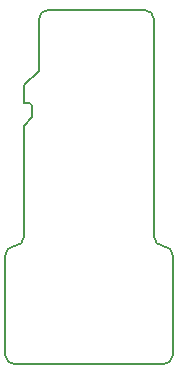
<source format=gbr>
G04 #@! TF.GenerationSoftware,KiCad,Pcbnew,no-vcs-found-ac9fc94~61~ubuntu14.04.1*
G04 #@! TF.CreationDate,2018-02-15T07:09:20+01:00*
G04 #@! TF.ProjectId,usd-adapter,7573642D616461707465722E6B696361,1*
G04 #@! TF.SameCoordinates,Original*
G04 #@! TF.FileFunction,Profile,NP*
%FSLAX46Y46*%
G04 Gerber Fmt 4.6, Leading zero omitted, Abs format (unit mm)*
G04 Created by KiCad (PCBNEW no-vcs-found-ac9fc94~61~ubuntu14.04.1) date Thu Feb 15 07:09:20 2018*
%MOMM*%
%LPD*%
G01*
G04 APERTURE LIST*
%ADD10C,0.150000*%
G04 APERTURE END LIST*
D10*
X156820000Y-115010000D02*
G75*
G03X157620000Y-114210000I0J800000D01*
G01*
X157620000Y-105805000D02*
X157620000Y-114210000D01*
X143420000Y-114210000D02*
G75*
G03X144220000Y-115010000I800000J0D01*
G01*
X143420000Y-105805000D02*
X143420000Y-114210000D01*
X157620000Y-105810000D02*
G75*
G03X156820000Y-105010000I-800000J0D01*
G01*
X144220000Y-105005000D02*
G75*
G03X143420000Y-105805000I0J-800000D01*
G01*
X145520000Y-92910000D02*
G75*
G02X145720000Y-93110000I0J-200000D01*
G01*
X146270000Y-90160000D02*
X146270000Y-85810000D01*
X145720000Y-94110000D02*
X145020000Y-94810000D01*
X145720000Y-93110000D02*
X145720000Y-94110000D01*
X145020000Y-92910000D02*
X145520000Y-92910000D01*
X145020000Y-91410000D02*
X145020000Y-92910000D01*
X146270000Y-90160000D02*
X145020000Y-91410000D01*
X156020000Y-104210000D02*
G75*
G03X156820000Y-105010000I800000J0D01*
G01*
X144220000Y-105005000D02*
G75*
G03X145020000Y-104205000I0J800000D01*
G01*
X146270000Y-85810000D02*
G75*
G02X147070000Y-85010000I800000J0D01*
G01*
X155220000Y-85010000D02*
G75*
G02X156020000Y-85810000I0J-800000D01*
G01*
X156020000Y-104210000D02*
X156020000Y-85810000D01*
X144215000Y-115010000D02*
X156820000Y-115010000D01*
X145020000Y-94844519D02*
X145020000Y-104210000D01*
X155220000Y-85010000D02*
X147090000Y-85010000D01*
M02*

</source>
